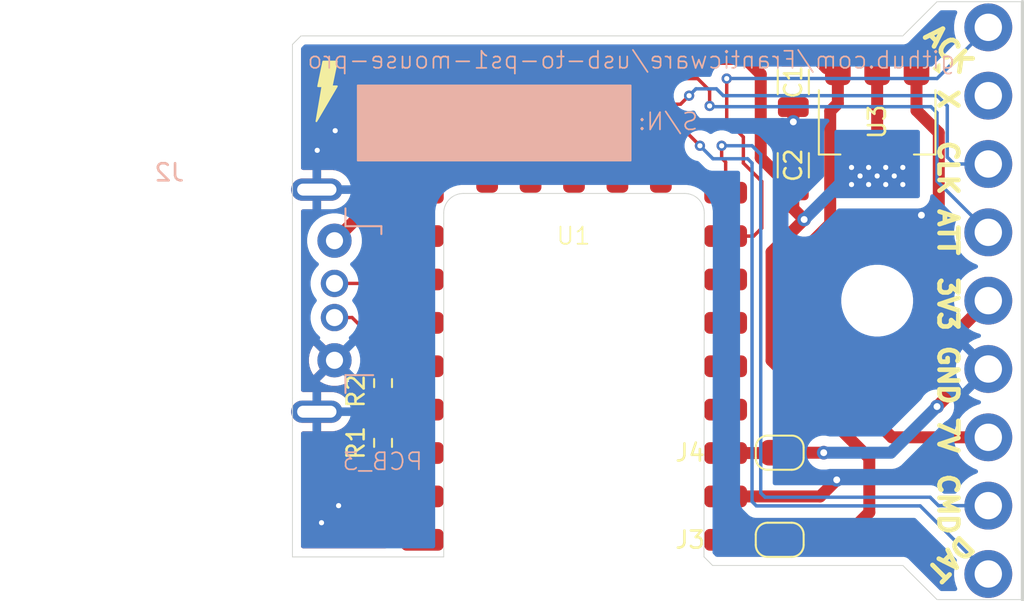
<source format=kicad_pcb>
(kicad_pcb (version 20241229) (generator "pcbnew") (generator_version "9.0")
  (layers (0 "F.Cu" signal) (2 "B.Cu" signal) (13 "F.Paste" user) (15 "B.Paste" user) (5 "F.SilkS" user "F.Silkscreen") (7 "B.SilkS" user "B.Silkscreen") (1 "F.Mask" user) (3 "B.Mask" user) (25 "Edge.Cuts" user))
  (net 0 "")
  (net 1 "CMD")
  (net 2 "CLK")
  (net 3 "GND")
  (net 4 "ATT")
  (net 5 "DATA")
  (net 6 "+5V")
  (net 8 "Net-(J3-Pin_2)")
  (net 11 "ACK")
  (net 14 "VCON")
  (net 15 "DM")
  (net 16 "Net-(U1-2)")
  (net 17 "Net-(U1-3)")
  (net 26 "DP")
  (net 27 "VMOT")
  (net 29 "Net-(J4-Pin_2)")
  (footprint "Jumper:SolderJumper-2_P1.3mm_Open_RoundedPad1.0x1.5mm" (layer "F.Cu") (at 187.8 114 180)
    (property "Reference" "J3" (at 5.24 0 0) (layer "F.SilkS"))
    (property "Value" "Conn_01x02")
    (fp_line (start 1.4 -0.3) (end 1.4 0.3) (stroke (width 0.12)) (layer "F.SilkS"))
    (fp_line (start 0.7 1) (end -0.7 1) (stroke (width 0.12)) (layer "F.SilkS"))
    (fp_line (start -0.7 -1) (end 0.7 -1) (stroke (width 0.12)) (layer "F.SilkS"))
    (fp_line (start -1.4 0.3) (end -1.4 -0.3) (stroke (width 0.12)) (layer "F.SilkS"))
    (fp_arc (start 1.4 0.3) (mid 1.194975 0.794975) (end 0.7 1) (stroke (width 0.12)) (layer "F.SilkS"))
    (fp_arc (start 0.7 -1) (mid 1.194975 -0.794975) (end 1.4 -0.3) (stroke (width 0.12)) (layer "F.SilkS"))
    (fp_arc (start -0.7 1) (mid -1.194975 0.794975) (end -1.4 0.3) (stroke (width 0.12)) (layer "F.SilkS"))
    (fp_arc (start -1.4 -0.3) (mid -1.194975 -0.794975) (end -0.7 -1) (stroke (width 0.12)) (layer "F.SilkS"))
    (pad "1" smd custom (at -0.65 0 180) (size 1 0.5) (layers "F.Cu" "F.Mask") (net 6 "+5V") (options (clearance outline) (anchor rect)) (primitives (gr_circle (center 0 0.25) (end 0.5 0.25) (width 0) (fill yes)) (gr_circle (center 0 -0.25) (end 0.5 -0.25) (width 0) (fill yes)) (gr_poly (pts (xy 0.5 0.75) (xy 0 0.75) (xy 0 -0.75) (xy 0.5 -0.75)) (width 0) (fill yes))))
    (pad "2" smd custom (at 0.65 0 180) (size 1 0.5) (layers "F.Cu" "F.Mask") (net 8 "Net-(J3-Pin_2)") (options (clearance outline) (anchor rect)) (primitives (gr_circle (center 0 0.25) (end 0.5 0.25) (width 0) (fill yes)) (gr_circle (center 0 -0.25) (end 0.5 -0.25) (width 0) (fill yes)) (gr_poly (pts (xy 0 0.75) (xy -0.5 0.75) (xy -0.5 -0.75) (xy 0 -0.75)) (width 0) (fill yes))))
  )
  (footprint "Jumper:SolderJumper-2_P1.3mm_Open_RoundedPad1.0x1.5mm" (layer "F.Cu") (at 187.8 108.9 180)
    (property "Reference" "J4" (at 5.24 0 0) (layer "F.SilkS"))
    (property "Value" "Conn_01x02")
    (fp_line (start 1.4 -0.3) (end 1.4 0.3) (stroke (width 0.12)) (layer "F.SilkS"))
    (fp_line (start 0.7 1) (end -0.7 1) (stroke (width 0.12)) (layer "F.SilkS"))
    (fp_line (start -0.7 -1) (end 0.7 -1) (stroke (width 0.12)) (layer "F.SilkS"))
    (fp_line (start -1.4 0.3) (end -1.4 -0.3) (stroke (width 0.12)) (layer "F.SilkS"))
    (fp_arc (start 1.4 0.3) (mid 1.194975 0.794975) (end 0.7 1) (stroke (width 0.12)) (layer "F.SilkS"))
    (fp_arc (start 0.7 -1) (mid 1.194975 -0.794975) (end 1.4 -0.3) (stroke (width 0.12)) (layer "F.SilkS"))
    (fp_arc (start -0.7 1) (mid -1.194975 0.794975) (end -1.4 0.3) (stroke (width 0.12)) (layer "F.SilkS"))
    (fp_arc (start -1.4 -0.3) (mid -1.194975 -0.794975) (end -0.7 -1) (stroke (width 0.12)) (layer "F.SilkS"))
    (pad "1" smd custom (at -0.65 0 180) (size 1 0.5) (layers "F.Cu" "F.Mask") (net 14 "VCON") (options (clearance outline) (anchor rect)) (primitives (gr_circle (center 0 0.25) (end 0.5 0.25) (width 0) (fill yes)) (gr_circle (center 0 -0.25) (end 0.5 -0.25) (width 0) (fill yes)) (gr_poly (pts (xy 0.5 0.75) (xy 0 0.75) (xy 0 -0.75) (xy 0.5 -0.75)) (width 0) (fill yes))))
    (pad "2" smd custom (at 0.65 0 180) (size 1 0.5) (layers "F.Cu" "F.Mask") (net 29 "Net-(J4-Pin_2)") (options (clearance outline) (anchor rect)) (primitives (gr_circle (center 0 0.25) (end 0.5 0.25) (width 0) (fill yes)) (gr_circle (center 0 -0.25) (end 0.5 -0.25) (width 0) (fill yes)) (gr_poly (pts (xy 0 0.75) (xy -0.5 0.75) (xy -0.5 -0.75) (xy 0 -0.75)) (width 0) (fill yes))))
  )
  (footprint "Capacitor_SMD:C_1206_3216Metric" (layer "F.Cu") (at 188.595 87.2 -90)
    (property "Reference" "C1" (at 0 0 90) (layer "F.SilkS"))
    (property "Value" "10u/16V")
    (fp_line (start -0.711252 0.91) (end 0.711252 0.91) (stroke (width 0.12)) (layer "F.SilkS"))
    (fp_line (start -0.711252 -0.91) (end 0.711252 -0.91) (stroke (width 0.12)) (layer "F.SilkS"))
    (pad "1" smd roundrect (at -1.475 0 270) (size 1.15 1.8) (layers "F.Cu" "F.Mask" "F.Paste") (roundrect_rratio 0.217391) (net 27 "VMOT"))
    (pad "2" smd roundrect (at 1.475 0 270) (size 1.15 1.8) (layers "F.Cu" "F.Mask" "F.Paste") (roundrect_rratio 0.217391) (net 3 "GND"))
  )
  (footprint "MountingHole:MountingHole_3.7mm" (layer "F.Cu") (at 193.5 100)
    (property "Reference" "H1" (hide yes))
    (property "Value" "MountingHole")
    (pad "" np_thru_hole circle (at 0 0) (size 3.7 3.7) (drill 3.7) (layers "*.Cu" "*.Mask"))
  )
  (footprint "RP2040_Board:RP2040-Zero" (layer "F.Cu") (at 175.768 93.68)
    (property "Reference" "U1" (at -0.028 2.53 0) (layer "F.SilkS") (effects (font (thickness 0.1))))
    (property "Value" "RP2040-Zero")
    (pad "1" smd roundrect (at -8.87 20.32 180) (size 2.5 1.27) (layers "F.Cu" "F.Mask" "F.Paste"))
    (pad "2" smd roundrect (at -8.87 17.78 180) (size 2.5 1.27) (layers "F.Cu" "F.Mask" "F.Paste"))
    (pad "3" smd roundrect (at -8.87 15.24 180) (size 2.5 1.27) (layers "F.Cu" "F.Mask" "F.Paste") (net 16 "Net-(U1-2)"))
    (pad "4" smd roundrect (at -8.87 12.7 180) (size 2.5 1.27) (layers "F.Cu" "F.Mask" "F.Paste") (net 17 "Net-(U1-3)"))
    (pad "5" smd roundrect (at -8.87 10.16 180) (size 2.5 1.27) (layers "F.Cu" "F.Mask" "F.Paste"))
    (pad "6" smd roundrect (at -8.87 7.62 180) (size 2.5 1.27) (layers "F.Cu" "F.Mask" "F.Paste"))
    (pad "7" smd roundrect (at -8.87 5.08 180) (size 2.5 1.27) (layers "F.Cu" "F.Mask" "F.Paste"))
    (pad "8" smd roundrect (at -8.87 2.54 180) (size 2.5 1.27) (layers "F.Cu" "F.Mask" "F.Paste") (net 4 "ATT"))
    (pad "9" smd roundrect (at -8.87 0 180) (size 2.5 1.27) (layers "F.Cu" "F.Mask" "F.Paste"))
    (pad "10" smd roundrect (at -5.08 -1.25 90) (size 2.5 1.27) (layers "F.Cu" "F.Mask" "F.Paste"))
    (pad "11" smd roundrect (at -2.54 -1.25 90) (size 2.5 1.27) (layers "F.Cu" "F.Mask" "F.Paste") (net 2 "CLK"))
    (pad "12" smd roundrect (at 0 -1.25 90) (size 2.5 1.27) (layers "F.Cu" "F.Mask" "F.Paste") (net 5 "DATA"))
    (pad "13" smd roundrect (at 2.54 -1.25 90) (size 2.5 1.27) (layers "F.Cu" "F.Mask" "F.Paste"))
    (pad "14" smd roundrect (at 5.08 -1.25 90) (size 2.5 1.27) (layers "F.Cu" "F.Mask" "F.Paste"))
    (pad "15" smd roundrect (at 8.87 0 180) (size 2.5 1.27) (layers "F.Cu" "F.Mask" "F.Paste") (net 1 "CMD"))
    (pad "16" smd roundrect (at 8.87 2.54 180) (size 2.5 1.27) (layers "F.Cu" "F.Mask" "F.Paste") (net 11 "ACK"))
    (pad "17" smd roundrect (at 8.87 5.08 180) (size 2.5 1.27) (layers "F.Cu" "F.Mask" "F.Paste"))
    (pad "18" smd roundrect (at 8.87 7.62 180) (size 2.5 1.27) (layers "F.Cu" "F.Mask" "F.Paste"))
    (pad "19" smd roundrect (at 8.87 10.16 180) (size 2.5 1.27) (layers "F.Cu" "F.Mask" "F.Paste"))
    (pad "20" smd roundrect (at 8.87 12.7 180) (size 2.5 1.27) (layers "F.Cu" "F.Mask" "F.Paste"))
    (pad "21" smd roundrect (at 8.87 15.24 180) (size 2.5 1.27) (layers "F.Cu" "F.Mask" "F.Paste") (net 29 "Net-(J4-Pin_2)"))
    (pad "22" smd roundrect (at 8.87 17.78 180) (size 2.5 1.27) (layers "F.Cu" "F.Mask" "F.Paste") (net 3 "GND"))
    (pad "23" smd roundrect (at 8.87 20.32 180) (size 2.5 1.27) (layers "F.Cu" "F.Mask" "F.Paste") (net 8 "Net-(J3-Pin_2)"))
  )
  (footprint "Resistor_SMD:R_0603_1608Metric" (layer "F.Cu") (at 164.6 104.825 -90)
    (property "Reference" "R2" (at 0.479 1.592 90) (layer "F.SilkS"))
    (property "Value" "22R")
    (fp_line (start -0.237258 0.5225) (end 0.237258 0.5225) (stroke (width 0.12)) (layer "F.SilkS"))
    (fp_line (start -0.237258 -0.5225) (end 0.237258 -0.5225) (stroke (width 0.12)) (layer "F.SilkS"))
    (pad "1" smd roundrect (at -0.825 0 270) (size 0.8 0.95) (layers "F.Cu" "F.Mask" "F.Paste") (net 15 "DM"))
    (pad "2" smd roundrect (at 0.825 0 270) (size 0.8 0.95) (layers "F.Cu" "F.Mask" "F.Paste") (net 17 "Net-(U1-3)"))
  )
  (footprint "PS1:Controller_THT90" (layer "F.Cu") (at 200 100 90)
    (property "Reference" "J1" (hide yes))
    (property "Value" "Conn_01x09_Pin" (hide yes))
    (pad "1" thru_hole circle (at -16 0 90) (size 2.8 2.8) (drill 1.6) (layers "*.Cu" "*.Mask") (net 5 "DATA"))
    (pad "2" thru_hole circle (at -12 0 90) (size 2.8 2.8) (drill 1.6) (layers "*.Cu" "*.Mask") (net 1 "CMD"))
    (pad "3" thru_hole circle (at -8 0 90) (size 2.8 2.8) (drill 1.6) (layers "*.Cu" "*.Mask") (net 27 "VMOT"))
    (pad "4" thru_hole circle (at -4 0 90) (size 2.8 2.8) (drill 1.6) (layers "*.Cu" "*.Mask") (net 3 "GND"))
    (pad "5" thru_hole circle (at 0 0 90) (size 2.8 2.8) (drill 1.6) (layers "*.Cu" "*.Mask") (net 14 "VCON"))
    (pad "6" thru_hole circle (at 4 0 90) (size 2.8 2.8) (drill 1.6) (layers "*.Cu" "*.Mask") (net 4 "ATT"))
    (pad "7" thru_hole circle (at 8 0 90) (size 2.8 2.8) (drill 1.6) (layers "*.Cu" "*.Mask") (net 2 "CLK"))
    (pad "8" thru_hole circle (at 12 0 90) (size 2.8 2.8) (drill 1.6) (layers "*.Cu" "*.Mask"))
    (pad "9" thru_hole circle (at 16 0 90) (size 2.8 2.8) (drill 1.6) (layers "*.Cu" "*.Mask") (net 11 "ACK"))
  )
  (footprint "Capacitor_SMD:C_1206_3216Metric" (layer "F.Cu") (at 188.595 92.075 90)
    (property "Reference" "C2" (at 0 0 270) (layer "F.SilkS"))
    (property "Value" "10u/16V")
    (fp_line (start -0.711252 -0.91) (end 0.711252 -0.91) (stroke (width 0.12)) (layer "F.SilkS"))
    (fp_line (start -0.711252 0.91) (end 0.711252 0.91) (stroke (width 0.12)) (layer "F.SilkS"))
    (pad "1" smd roundrect (at -1.475 0 90) (size 1.15 1.8) (layers "F.Cu" "F.Mask" "F.Paste") (roundrect_rratio 0.217391) (net 6 "+5V"))
    (pad "2" smd roundrect (at 1.475 0 90) (size 1.15 1.8) (layers "F.Cu" "F.Mask" "F.Paste") (roundrect_rratio 0.217391) (net 3 "GND"))
  )
  (footprint "Resistor_SMD:R_0603_1608Metric" (layer "F.Cu") (at 164.6 108.325 -90)
    (property "Reference" "R1" (at 0 1.592 90) (layer "F.SilkS"))
    (property "Value" "22R")
    (fp_line (start -0.237258 0.5225) (end 0.237258 0.5225) (stroke (width 0.12)) (layer "F.SilkS"))
    (fp_line (start -0.237258 -0.5225) (end 0.237258 -0.5225) (stroke (width 0.12)) (layer "F.SilkS"))
    (pad "1" smd roundrect (at -0.825 0 270) (size 0.8 0.95) (layers "F.Cu" "F.Mask" "F.Paste") (net 26 "DP"))
    (pad "2" smd roundrect (at 0.825 0 270) (size 0.8 0.95) (layers "F.Cu" "F.Mask" "F.Paste") (net 16 "Net-(U1-2)"))
  )
  (footprint "Package_TO_SOT_SMD:SOT-223-3_TabPin2" (layer "F.Cu") (at 193.5 89.535 -90)
    (property "Reference" "U3" (at 0 0 90) (layer "F.SilkS"))
    (property "Value" "AMS1117-5.0")
    (fp_line (start -1.85 3.41) (end 1.91 3.41) (stroke (width 0.12)) (layer "F.SilkS"))
    (fp_line (start 1.91 3.41) (end 1.91 2.15) (stroke (width 0.12)) (layer "F.SilkS"))
    (fp_line (start -1.85 -3.41) (end 1.91 -3.41) (stroke (width 0.12)) (layer "F.SilkS"))
    (fp_line (start 1.91 -3.41) (end 1.91 -2.15) (stroke (width 0.12)) (layer "F.SilkS"))
    (fp_poly (pts (xy -3.13 -3.31) (xy -3.37 -3.64) (xy -2.89 -3.64) (xy -3.13 -3.31)) (stroke (width 0.12)) (fill yes) (layer "F.SilkS"))
    (pad "1" smd roundrect (at -3.15 -2.3 270) (size 2 1.5) (layers "F.Cu" "F.Mask" "F.Paste") (net 3 "GND"))
    (pad "2" smd roundrect (at -3.15 0 270) (size 2 1.5) (layers "F.Cu" "F.Mask" "F.Paste") (net 6 "+5V"))
    (pad "2" smd roundrect (at 3.15 0 270) (size 2 3.8) (layers "F.Cu" "F.Mask" "F.Paste") (net 6 "+5V"))
    (pad "3" smd roundrect (at -3.15 2.3 270) (size 2 1.5) (layers "F.Cu" "F.Mask" "F.Paste") (net 27 "VMOT"))
  )
  (footprint "usb2ps1mouse-specific:USB_A_Sunken" (layer "B.Cu") (at 152.1 100 180)
    (property "Reference" "J2" (at 0 7.5 180) (layer "B.SilkS") (effects (justify mirror)))
    (property "Value" "USB_A")
    (fp_line (start -10.3 4.36) (end -10.3 5.4) (stroke (width 0.12)) (layer "B.SilkS"))
    (fp_line (start -10.3 4.36) (end -12.4 4.36) (stroke (width 0.12)) (layer "B.SilkS"))
    (fp_line (start -10.3 -4.36) (end -11.92 -4.36) (stroke (width 0.12)) (layer "B.SilkS"))
    (fp_line (start -10.3 -5.4) (end -10.3 -4.36) (stroke (width 0.12)) (layer "B.SilkS"))
    (fp_line (start -12.4 3.9) (end -12.4 4.36) (stroke (width 0.12)) (layer "B.SilkS"))
    (pad "1" thru_hole circle (at -9.66 3.51 180) (size 2 2) (drill 1) (layers "*.Cu" "*.Mask") (net 6 "+5V"))
    (pad "2" thru_hole circle (at -9.66 1.01 180) (size 1.6 1.6) (drill 1) (layers "*.Cu" "*.Mask") (net 15 "DM"))
    (pad "3" thru_hole circle (at -9.66 -0.99 180) (size 1.6 1.6) (drill 1) (layers "*.Cu" "*.Mask") (net 26 "DP"))
    (pad "4" thru_hole circle (at -9.66 -3.49 180) (size 2 2) (drill 1) (layers "*.Cu" "*.Mask") (net 3 "GND"))
    (pad "5" thru_hole oval (at -8.625 -6.5 180) (size 3 1.3) (drill oval 2.3 0.7) (layers "*.Cu" "*.Mask") (net 3 "GND"))
    (pad "5" thru_hole oval (at -8.625 6.5 180) (size 3 1.3) (drill oval 2.3 0.7) (layers "*.Cu" "*.Mask") (net 3 "GND"))
  )
  (gr_poly (pts (xy 161.1 86) (xy 161.9 86) (xy 161.6 87.45) (xy 161.9 87.45) (xy 160.7 89.5) (xy 161.05 87.45) (xy 160.8 87.45)) (stroke (width 0.1)) (fill yes) (layer "F.SilkS"))
  (gr_rect (start 163.11875 87.4) (end 179.08125 91.8) (stroke (width 0.1)) (fill yes) (layer "B.SilkS"))
  (gr_line (start 159.3 92.7) (end 159.3 94.3) (stroke (width 0.05)) (layer "Edge.Cuts"))
  (gr_line (start 202 82.5) (end 197 82.5) (stroke (width 0.05)) (layer "Edge.Cuts"))
  (gr_line (start 202 82.5) (end 202 117.5) (stroke (width 0.2)) (layer "Edge.Cuts"))
  (gr_line (start 182.245 93.726) (end 169.291 93.726) (stroke (width 0.05)) (layer "Edge.Cuts"))
  (gr_line (start 183.870339 115.5) (end 183.370339 114.994498) (stroke (width 0.05)) (layer "Edge.Cuts"))
  (gr_line (start 159.3 94.3) (end 159.3 105.7) (stroke (width 0.05)) (layer "Edge.Cuts"))
  (gr_line (start 197 117.5) (end 195 115.5) (stroke (width 0.05)) (layer "Edge.Cuts"))
  (gr_line (start 168.148 94.869) (end 168.148 95.504) (stroke (width 0.05)) (layer "Edge.Cuts"))
  (gr_line (start 159.3 105.7) (end 159.3 107.3) (stroke (width 0.05)) (layer "Edge.Cuts"))
  (gr_line (start 183.370339 114.994498) (end 183.388 94.869) (stroke (width 0.05)) (layer "Edge.Cuts"))
  (gr_arc (start 168.148 94.869) (mid 168.482777 94.060777) (end 169.291 93.726) (stroke (width 0.05)) (layer "Edge.Cuts"))
  (gr_line (start 195 115.5) (end 183.870339 115.5) (stroke (width 0.05)) (layer "Edge.Cuts"))
  (gr_line (start 159.3 85) (end 159.3 92.7) (stroke (width 0.05)) (layer "Edge.Cuts"))
  (gr_line (start 195 84.5) (end 159.8 84.5) (stroke (width 0.05)) (layer "Edge.Cuts"))
  (gr_line (start 202 117.5) (end 197 117.5) (stroke (width 0.05)) (layer "Edge.Cuts"))
  (gr_line (start 168.148 95.504) (end 168.148 115) (stroke (width 0.05)) (layer "Edge.Cuts"))
  (gr_line (start 159.3 107.3) (end 159.3 115) (stroke (width 0.05)) (layer "Edge.Cuts"))
  (gr_line (start 197 82.5) (end 195 84.5) (stroke (width 0.05)) (layer "Edge.Cuts"))
  (gr_line (start 159.8 84.5) (end 159.3 85) (stroke (width 0.05)) (layer "Edge.Cuts"))
  (gr_line (start 168.148 115) (end 159.3 115) (stroke (width 0.05)) (layer "Edge.Cuts"))
  (gr_arc (start 182.245 93.726) (mid 183.053223 94.060777) (end 183.388 94.869) (stroke (width 0.05)) (layer "Edge.Cuts"))
  (gr_text "ACK" (at 196 84.5 315) (layer "F.SilkS") (effects (font (size 1.1 1.1) (thickness 0.275) (bold yes)) (justify left bottom)))
  (gr_text "CLK" (at 197 90.5 270) (layer "F.SilkS") (effects (font (size 1.1 1.1) (thickness 0.275) (bold yes)) (justify left bottom)))
  (gr_text "ATT" (at 197 94.5 270) (layer "F.SilkS") (effects (font (size 1.1 1.1) (thickness 0.275) (bold yes)) (justify left bottom)))
  (gr_text "GND" (at 197 102.5 270) (layer "F.SilkS") (effects (font (size 1.1 1.1) (thickness 0.275) (bold yes)) (justify left bottom)))
  (gr_text "X" (at 197 87.5 270) (layer "F.SilkS") (effects (font (size 1.1 1.1) (thickness 0.275) (bold yes)) (justify left bottom)))
  (gr_text "7V" (at 197 106.7 270) (layer "F.SilkS") (effects (font (size 1.1 1.1) (thickness 0.275) (bold yes)) (justify left bottom)))
  (gr_text "DAT" (at 198.5 113.5 225) (layer "F.SilkS") (effects (font (size 1.1 1.1) (thickness 0.275) (bold yes)) (justify left bottom)))
  (gr_text "3V3" (at 197 98.5 270) (layer "F.SilkS") (effects (font (size 1.1 1.1) (thickness 0.275) (bold yes)) (justify left bottom)))
  (gr_text "CMD" (at 197 110 270) (layer "F.SilkS") (effects (font (size 1.1 1.1) (thickness 0.275) (bold yes)) (justify left bottom)))
  (gr_text "PCB_3" (at 167 110 0) (layer "B.SilkS") (effects (font (size 1 1) (thickness 0.1)) (justify left bottom mirror)))
  (gr_text "S/N:" (at 183.1 90.1 0) (layer "B.SilkS") (effects (font (size 1 1) (thickness 0.1)) (justify left bottom mirror)))
  (gr_text "github.com/Franticware/usb-to-ps1-mouse-pro" (at 160.1 86.5 0) (layer "B.SilkS") (effects (font (size 1 1) (thickness 0.1)) (justify right bottom mirror)))
  (segment (start 184.638 91.888) (end 184.404 91.654) (width 0.2) (layer "F.Cu") (net 1))
  (segment (start 184.404 91.654) (end 184.404 90.932) (width 0.2) (layer "F.Cu") (net 1))
  (segment (start 184.388 90.948) (end 184.404 90.932) (width 0.2) (layer "F.Cu") (net 1))
  (segment (start 184.638 93.68) (end 184.638 91.888) (width 0.2) (layer "F.Cu") (net 1))
  (via (at 184.404 90.932) (size 0.6) (drill 0.3) (layers "F.Cu" "B.Cu") (net 1))
  (segment (start 186.182 90.932) (end 184.404 90.932) (width 0.2) (layer "B.Cu") (net 1))
  (segment (start 186.69 111.252) (end 186.69 91.44) (width 0.2) (layer "B.Cu") (net 1))
  (segment (start 196.596 111.506) (end 186.944 111.506) (width 0.2) (layer "B.Cu") (net 1))
  (segment (start 200 112) (end 197.09 112) (width 0.2) (layer "B.Cu") (net 1))
  (segment (start 186.69 91.44) (end 186.182 90.932) (width 0.2) (layer "B.Cu") (net 1))
  (segment (start 186.944 111.506) (end 186.69 111.252) (width 0.2) (layer "B.Cu") (net 1))
  (segment (start 197.09 112) (end 196.596 111.506) (width 0.2) (layer "B.Cu") (net 1))
  (segment (start 173.228 90.678) (end 173.228 92.43) (width 0.2) (layer "F.Cu") (net 2))
  (segment (start 175.406 88.5) (end 173.228 90.678) (width 0.2) (layer "F.Cu") (net 2))
  (segment (start 182 88.5) (end 175.406 88.5) (width 0.2) (layer "F.Cu") (net 2))
  (segment (start 182.5 88) (end 182 88.5) (width 0.2) (layer "F.Cu") (net 2))
  (via (at 182.5 88) (size 0.6) (drill 0.3) (layers "F.Cu" "B.Cu") (net 2))
  (segment (start 197 88) (end 184.5 88) (width 0.2) (layer "B.Cu") (net 2))
  (segment (start 184.1 87.6) (end 182.9 87.6) (width 0.2) (layer "B.Cu") (net 2))
  (segment (start 197.6 88.6) (end 197 88) (width 0.2) (layer "B.Cu") (net 2))
  (segment (start 200 92) (end 198 92) (width 0.2) (layer "B.Cu") (net 2))
  (segment (start 184.5 88) (end 184.1 87.6) (width 0.2) (layer "B.Cu") (net 2))
  (segment (start 198 92) (end 197.6 91.6) (width 0.2) (layer "B.Cu") (net 2))
  (segment (start 197.6 91.6) (end 197.6 88.6) (width 0.2) (layer "B.Cu") (net 2))
  (segment (start 182.9 87.6) (end 182.5 88) (width 0.2) (layer "B.Cu") (net 2))
  (segment (start 184.733 111.555) (end 184.638 111.46) (width 0.7) (layer "F.Cu") (net 3))
  (segment (start 188.595 88.675) (end 188.595 90.6) (width 0.7) (layer "F.Cu") (net 3))
  (segment (start 196.85 94.996) (end 196.088 94.996) (width 0.7) (layer "F.Cu") (net 3))
  (segment (start 197.104 90.17) (end 197.104 94.742) (width 0.7) (layer "F.Cu") (net 3))
  (segment (start 195.8 86.385) (end 195.8 88.866) (width 0.7) (layer "F.Cu") (net 3))
  (segment (start 197.104 94.742) (end 196.85 94.996) (width 0.7) (layer "F.Cu") (net 3))
  (segment (start 195.8 88.866) (end 197.104 90.17) (width 0.7) (layer "F.Cu") (net 3))
  (segment (start 190.165 111.46) (end 191.135 110.49) (width 0.7) (layer "F.Cu") (net 3))
  (segment (start 184.638 111.46) (end 190.165 111.46) (width 0.7) (layer "F.Cu") (net 3))
  (via (at 162 112) (size 0.6) (drill 0.3) (layers "F.Cu" "B.Cu") (net 3))
  (via (at 161.8 90.05) (size 0.6) (drill 0.3) (layers "F.Cu" "B.Cu") (net 3))
  (via (at 161 113) (size 0.6) (drill 0.3) (layers "F.Cu" "B.Cu") (net 3))
  (via (at 191.135 110.49) (size 0.8) (drill 0.4) (layers "F.Cu" "B.Cu") (net 3))
  (via (at 188.595 89.535) (size 0.8) (drill 0.4) (layers "F.Cu" "B.Cu") (net 3))
  (via (at 160.75 91.2) (size 0.6) (drill 0.3) (layers "F.Cu" "B.Cu") (net 3))
  (via (at 196.088 94.996) (size 0.8) (drill 0.4) (layers "F.Cu" "B.Cu") (net 3))
  (segment (start 187.96 89.662) (end 188.468 89.662) (width 0.7) (layer "B.Cu") (net 3))
  (segment (start 196.088 94.996) (end 191.389 94.996) (width 0.7) (layer "B.Cu") (net 3))
  (segment (start 191.389 94.996) (end 187.96 98.425) (width 0.7) (layer "B.Cu") (net 3))
  (segment (start 187.96 98.425) (end 187.96 89.662) (width 0.7) (layer "B.Cu") (net 3))
  (segment (start 190.881 110.236) (end 188.214 110.236) (width 0.7) (layer "B.Cu") (net 3))
  (segment (start 188.468 89.662) (end 188.595 89.535) (width 0.7) (layer "B.Cu") (net 3))
  (segment (start 187.96 98.425) (end 187.96 105.41) (width 0.7) (layer "B.Cu") (net 3))
  (segment (start 187.96 109.982) (end 187.96 105.41) (width 0.7) (layer "B.Cu") (net 3))
  (segment (start 188.214 110.236) (end 187.96 109.982) (width 0.7) (layer "B.Cu") (net 3))
  (segment (start 191.135 110.49) (end 190.881 110.236) (width 0.7) (layer "B.Cu") (net 3))
  (segment (start 165.862 89.662) (end 187.96 89.662) (width 0.7) (layer "B.Cu") (net 3))
  (segment (start 166.898 96.22) (end 164.97 96.22) (width 0.2) (layer "F.Cu") (net 4))
  (segment (start 169.25 87) (end 183 87) (width 0.2) (layer "F.Cu") (net 4))
  (segment (start 164.97 96.22) (end 164.75 96) (width 0.2) (layer "F.Cu") (net 4))
  (segment (start 164.75 91.5) (end 169.25 87) (width 0.2) (layer "F.Cu") (net 4))
  (segment (start 164.75 96) (end 164.75 91.5) (width 0.2) (layer "F.Cu") (net 4))
  (segment (start 183 87) (end 183.7 87.7) (width 0.2) (layer "F.Cu") (net 4))
  (segment (start 183.7 87.7) (end 183.7 88.6) (width 0.2) (layer "F.Cu") (net 4))
  (via (at 183.7 88.6) (size 0.6) (drill 0.3) (layers "F.Cu" "B.Cu") (net 4))
  (segment (start 197 93) (end 200 96) (width 0.2) (layer "B.Cu") (net 4))
  (segment (start 196.646 88.646) (end 197 89) (width 0.2) (layer "B.Cu") (net 4))
  (segment (start 183.746 88.646) (end 196.646 88.646) (width 0.2) (layer "B.Cu") (net 4))
  (segment (start 183.7 88.6) (end 183.746 88.646) (width 0.2) (layer "B.Cu") (net 4))
  (segment (start 197 89) (end 197 93) (width 0.2) (layer "B.Cu") (net 4))
  (segment (start 182.202 90) (end 176.75 90) (width 0.2) (layer "F.Cu") (net 5))
  (segment (start 183.134 90.932) (end 182.202 90) (width 0.2) (layer "F.Cu") (net 5))
  (segment (start 176.75 90) (end 175.768 90.982) (width 0.2) (layer "F.Cu") (net 5))
  (segment (start 175.768 90.982) (end 175.768 92.43) (width 0.2) (layer "F.Cu") (net 5))
  (via (at 183.134 90.932) (size 0.6) (drill 0.3) (layers "F.Cu" "B.Cu") (net 5))
  (segment (start 186.436 112.014) (end 186.182 111.76) (width 0.2) (layer "B.Cu") (net 5))
  (segment (start 186.182 91.948) (end 185.928 91.694) (width 0.2) (layer "B.Cu") (net 5))
  (segment (start 196.014 112.014) (end 186.436 112.014) (width 0.2) (layer "B.Cu") (net 5))
  (segment (start 200 116) (end 196.014 112.014) (width 0.2) (layer "B.Cu") (net 5))
  (segment (start 183.896 91.694) (end 183.134 90.932) (width 0.2) (layer "B.Cu") (net 5))
  (segment (start 186.182 111.76) (end 186.182 91.948) (width 0.2) (layer "B.Cu") (net 5))
  (segment (start 185.928 91.694) (end 183.896 91.694) (width 0.2) (layer "B.Cu") (net 5))
  (segment (start 188.595 94.615) (end 189.23 95.25) (width 0.7) (layer "F.Cu") (net 6))
  (segment (start 191.435 114) (end 193.04 112.395) (width 0.7) (layer "F.Cu") (net 6))
  (segment (start 163.703 94.547) (end 161.76 96.49) (width 0.7) (layer "F.Cu") (net 6))
  (segment (start 169.166 85.85) (end 163.703 91.313) (width 0.7) (layer "F.Cu") (net 6))
  (segment (start 185.799 85.85) (end 169.166 85.85) (width 0.7) (layer "F.Cu") (net 6))
  (segment (start 187.325 97.155) (end 189.23 95.25) (width 0.7) (layer "F.Cu") (net 6))
  (segment (start 186.69 86.741) (end 186.69 91.645) (width 0.7) (layer "F.Cu") (net 6))
  (segment (start 193.04 109.22) (end 187.325 103.505) (width 0.7) (layer "F.Cu") (net 6))
  (segment (start 188.45 114) (end 191.435 114) (width 0.7) (layer "F.Cu") (net 6))
  (segment (start 187.325 103.505) (end 187.325 97.155) (width 0.7) (layer "F.Cu") (net 6))
  (segment (start 188.595 93.55) (end 188.595 94.615) (width 0.7) (layer "F.Cu") (net 6))
  (segment (start 163.703 91.313) (end 163.703 94.547) (width 0.7) (layer "F.Cu") (net 6))
  (segment (start 188.595 93.55) (end 186.69 91.645) (width 0.7) (layer "F.Cu") (net 6))
  (segment (start 186.69 86.741) (end 185.799 85.85) (width 0.7) (layer "F.Cu") (net 6))
  (segment (start 193.5 86.385) (end 193.5 92.685) (width 0.7) (layer "F.Cu") (net 6))
  (segment (start 193.04 112.395) (end 193.04 109.22) (width 0.7) (layer "F.Cu") (net 6))
  (via (at 189.23 95.25) (size 0.8) (drill 0.4) (layers "F.Cu" "B.Cu") (net 6))
  (via (at 194.5 92.7) (size 0.6) (drill 0.3) (layers "F.Cu" "B.Cu") (net 6))
  (via (at 193.5 92.7) (size 0.6) (drill 0.3) (layers "F.Cu" "B.Cu") (net 6))
  (via (at 193 93.202) (size 0.6) (drill 0.3) (layers "F.Cu" "B.Cu") (net 6))
  (via (at 192 92.202) (size 0.6) (drill 0.3) (layers "F.Cu" "B.Cu") (net 6))
  (via (at 192.5 92.7) (size 0.6) (drill 0.3) (layers "F.Cu" "B.Cu") (net 6))
  (via (at 192 93.202) (size 0.6) (drill 0.3) (layers "F.Cu" "B.Cu") (net 6))
  (via (at 193 92.202) (size 0.6) (drill 0.3) (layers "F.Cu" "B.Cu") (net 6))
  (via (at 194 93.202) (size 0.6) (drill 0.3) (layers "F.Cu" "B.Cu") (net 6))
  (via (at 195 92.202) (size 0.6) (drill 0.3) (layers "F.Cu" "B.Cu") (net 6))
  (via (at 195 93.202) (size 0.6) (drill 0.3) (layers "F.Cu" "B.Cu") (net 6))
  (via (at 194 92.202) (size 0.6) (drill 0.3) (layers "F.Cu" "B.Cu") (net 6))
  (segment (start 189.23 95.25) (end 191.278 93.202) (width 0.7) (layer "B.Cu") (net 6))
  (segment (start 191.278 93.202) (end 192 93.202) (width 0.7) (layer "B.Cu") (net 6))
  (segment (start 184.638 114) (end 187.15 114) (width 0.7) (layer "F.Cu") (net 8))
  (segment (start 186.75 95.75) (end 186.75 93.024) (width 0.2) (layer "F.Cu") (net 11))
  (segment (start 184.388 96.22) (end 185.466 96.22) (width 0.2) (layer "F.Cu") (net 11))
  (segment (start 186.75 93.024) (end 185.674 91.948) (width 0.2) (layer "F.Cu") (net 11))
  (segment (start 184.7 89.45) (end 184.7 87) (width 0.2) (layer "F.Cu") (net 11))
  (segment (start 185.674 90.424) (end 184.7 89.45) (width 0.2) (layer "F.Cu") (net 11))
  (segment (start 186.28 96.22) (end 186.75 95.75) (width 0.2) (layer "F.Cu") (net 11))
  (segment (start 185.674 91.948) (end 185.674 90.424) (width 0.2) (layer "F.Cu") (net 11))
  (segment (start 184.638 96.22) (end 186.28 96.22) (width 0.2) (layer "F.Cu") (net 11))
  (via (at 184.7 87) (size 0.6) (drill 0.3) (layers "F.Cu" "B.Cu") (net 11))
  (segment (start 197.005 86.995) (end 184.705 86.995) (width 0.2) (layer "B.Cu") (net 11))
  (segment (start 184.705 86.995) (end 184.7 87) (width 0.2) (layer "B.Cu") (net 11))
  (segment (start 200 84) (end 197.005 86.995) (width 0.2) (layer "B.Cu") (net 11))
  (segment (start 188.45 108.9) (end 190.373 108.9) (width 0.7) (layer "F.Cu") (net 14))
  (segment (start 200 100) (end 197.5 102.5) (width 0.7) (layer "F.Cu") (net 14))
  (segment (start 197.5 105.7) (end 197 106.2) (width 0.7) (layer "F.Cu") (net 14))
  (segment (start 197.5 102.5) (end 197.5 105.4) (width 0.7) (layer "F.Cu") (net 14))
  (segment (start 197.5 105.4) (end 197.5 105.7) (width 0.7) (layer "F.Cu") (net 14))
  (via (at 190.373 108.9) (size 0.8) (drill 0.4) (layers "F.Cu" "B.Cu") (net 14))
  (via (at 197 106.2) (size 0.8) (drill 0.4) (layers "F.Cu" "B.Cu") (net 14))
  (segment (start 194.3 108.9) (end 190.373 108.9) (width 0.7) (layer "B.Cu") (net 14))
  (segment (start 197 106.2) (end 194.3 108.9) (width 0.7) (layer "B.Cu") (net 14))
  (segment (start 164.6 100) (end 163.59 98.99) (width 0.2) (layer "F.Cu") (net 15))
  (segment (start 163.59 98.99) (end 161.76 98.99) (width 0.2) (layer "F.Cu") (net 15))
  (segment (start 164.6 104) (end 164.6 100) (width 0.2) (layer "F.Cu") (net 15))
  (segment (start 166.668 109.15) (end 166.898 108.92) (width 0.2) (layer "F.Cu") (net 16))
  (segment (start 164.6 109.15) (end 166.668 109.15) (width 0.2) (layer "F.Cu") (net 16))
  (segment (start 165.33 106.38) (end 164.6 105.65) (width 0.2) (layer "F.Cu") (net 17))
  (segment (start 166.898 106.38) (end 165.33 106.38) (width 0.2) (layer "F.Cu") (net 17))
  (segment (start 163.6 101.8) (end 162.79 100.99) (width 0.2) (layer "F.Cu") (net 26))
  (segment (start 164.6 107.5) (end 163.6 106.5) (width 0.2) (layer "F.Cu") (net 26))
  (segment (start 162.79 100.99) (end 161.76 100.99) (width 0.2) (layer "F.Cu") (net 26))
  (segment (start 163.6 106.5) (end 163.6 101.8) (width 0.2) (layer "F.Cu") (net 26))
  (segment (start 190.525 86.385) (end 189.865 85.725) (width 0.7) (layer "F.Cu") (net 27))
  (segment (start 194.36 108) (end 188.976 102.616) (width 0.7) (layer "F.Cu") (net 27))
  (segment (start 189.865 85.725) (end 188.595 85.725) (width 0.7) (layer "F.Cu") (net 27))
  (segment (start 188.976 102.616) (end 188.976 97.282) (width 0.7) (layer "F.Cu") (net 27))
  (segment (start 190.754 95.504) (end 190.754 88.9) (width 0.7) (layer "F.Cu") (net 27))
  (segment (start 191.2 86.385) (end 190.525 86.385) (width 0.7) (layer "F.Cu") (net 27))
  (segment (start 200 108) (end 194.36 108) (width 0.7) (layer "F.Cu") (net 27))
  (segment (start 191.2 88.454) (end 191.2 86.385) (width 0.7) (layer "F.Cu") (net 27))
  (segment (start 190.754 88.9) (end 191.2 88.454) (width 0.7) (layer "F.Cu") (net 27))
  (segment (start 188.976 97.282) (end 190.754 95.504) (width 0.7) (layer "F.Cu") (net 27))
  (segment (start 184.638 108.92) (end 187.13 108.92) (width 0.7) (layer "F.Cu") (net 29))
  (segment (start 187.13 108.92) (end 187.15 108.9) (width 0.7) (layer "F.Cu") (net 29))
  (zone (net 3) (net_name "GND") (layer "F.Cu") (priority 2) (connect_pads (clearance 0.8)) (min_thickness 0.25) (fill yes (thermal_gap 0.5) (thermal_bridge_width 0.5))
    (polygon (pts (xy 159.512 114.554) (xy 167.894 114.554) (xy 167.894 85.344) (xy 159.512 85.344)))
  )
  (zone (net 3) (net_name "GND") (layer "B.Cu") (connect_pads (clearance 0.6)) (min_thickness 0.25) (fill yes (thermal_gap 0.5) (thermal_bridge_width 0.5))
    (polygon (pts (xy 200.025 82.55) (xy 200.025 117.475) (xy 157.48 117.475) (xy 157.48 82.55)))
  )
  (zone (net 6) (net_name "+5V") (layer "B.Cu") (priority 4) (connect_pads (clearance 0)) (min_thickness 0.25) (fill yes (thermal_gap 0.5) (thermal_bridge_width 0.5))
    (polygon (pts (xy 196 94) (xy 191 94) (xy 191 90) (xy 196 90)))
  )
)
</source>
